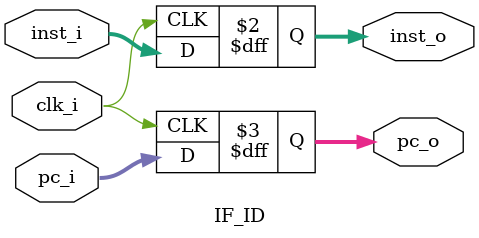
<source format=v>
module IF_ID (
  input clk_i,
  input [31:0] inst_i,
  input [31:0] pc_i,
  output reg [31:0] inst_o,
  output reg [31:0] pc_o
);

always @(posedge clk_i) begin
  inst_o <= inst_i;
  pc_o <= pc_i;
end

endmodule

</source>
